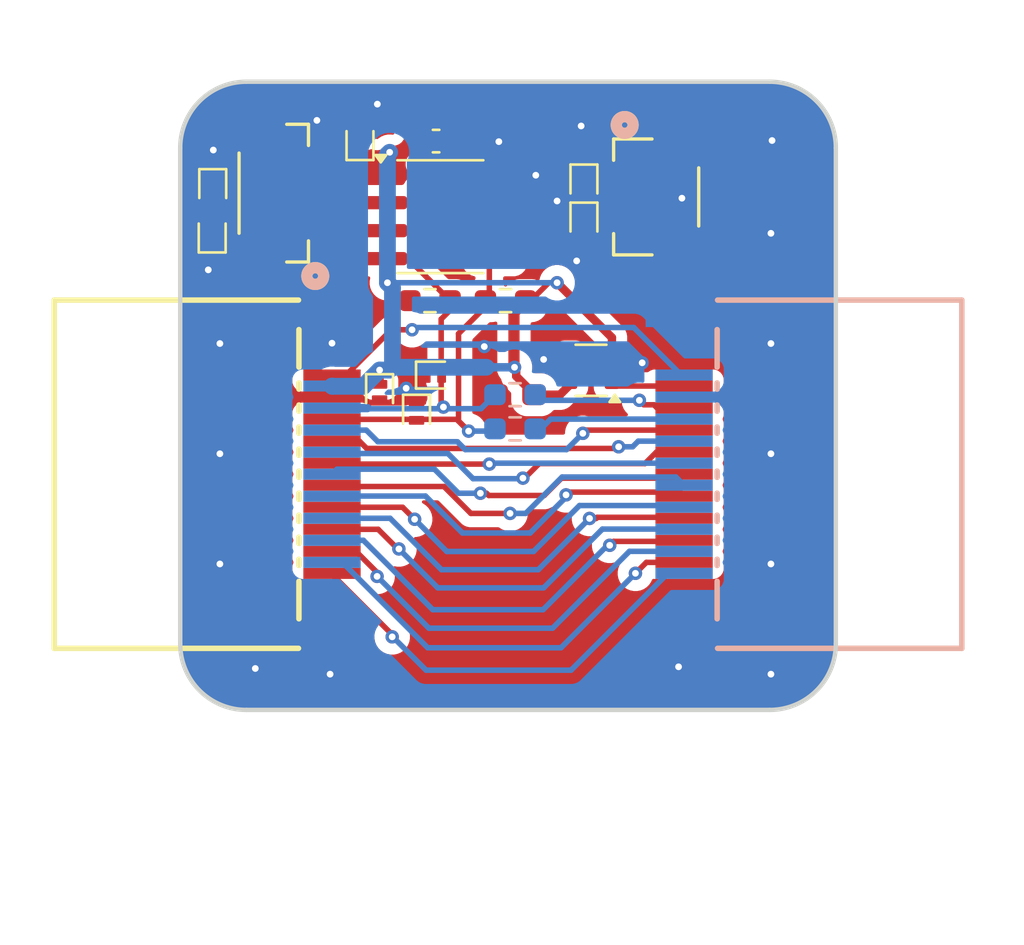
<source format=kicad_pcb>
(kicad_pcb (version 20241229) (generator "pcbnew") (generator_version "9.0")
  (layers (0 "F.Cu" signal) (4 "In1.Cu" power) (6 "In2.Cu" power) (2 "B.Cu" signal) (13 "F.Paste" user) (15 "B.Paste" user) (5 "F.SilkS" user "F.Silkscreen") (7 "B.SilkS" user "B.Silkscreen") (1 "F.Mask" user) (3 "B.Mask" user) (25 "Edge.Cuts" user))
  (net 0 "")
  (net 1 "GND")
  (net 2 "Net-(J1-SDA)")
  (net 3 "Net-(J1-SCL)")
  (net 4 "SCL")
  (net 5 "prog")
  (net 6 "TXD")
  (net 7 "RXD")
  (net 9 "SDA")
  (net 10 "ideal_vout")
  (net 12 "Net-(J1-D0S)")
  (net 13 "Net-(J1-D0+)")
  (net 14 "Net-(J1-CEC)")
  (net 15 "Net-(J1-HPD)")
  (net 16 "Net-(J1-D1S)")
  (net 17 "Net-(J1-CK+)")
  (net 18 "Net-(J1-CKS)")
  (net 19 "Net-(J1-D2-)")
  (net 20 "Net-(J1-D2+)")
  (net 21 "Net-(J1-D1-)")
  (net 22 "Net-(J1-UTILITY)")
  (net 23 "Net-(J1-D1+)")
  (net 24 "Net-(J1-D0-)")
  (net 25 "Net-(J1-CK-)")
  (net 26 "Net-(J1-D2S)")
  (net 27 "Net-(J1-+5V)")
  (footprint "Diode_SMD:D_SOD-882" (layer "F.Cu") (at 83.439 56.738 -90)
    (property "Reference" "D1" (hide yes))
    (property "Value" "PESD5V0L1UL" (hide yes))
    (pad "1" smd roundrect (at -0.35 0 270) (size 0.4 0.7) (layers "F.Cu" "F.Mask") (roundrect_rratio 0.125) (net 10 "ideal_vout"))
    (pad "2" smd roundrect (at 0.35 0 270) (size 0.4 0.7) (layers "F.Cu" "F.Mask") (roundrect_rratio 0.125) (net 1 "GND"))
  )
  (footprint "Diode_SMD:D_SOD-882" (layer "F.Cu") (at 66.5734 59.1058 90)
    (property "Reference" "D7" (hide yes))
    (property "Value" "SP3021-01ETG" (hide yes))
    (pad "1" smd roundrect (at -0.35 0 90) (size 0.4 0.7) (layers "F.Cu" "F.Mask") (roundrect_rratio 0.125) (net 1 "GND"))
    (pad "2" smd roundrect (at 0.35 0 90) (size 0.4 0.7) (layers "F.Cu" "F.Mask") (roundrect_rratio 0.125) (net 7 "RXD"))
  )
  (footprint "Capacitor_SMD:C_0603_1608Metric_Pad1.08x0.95mm_HandSolder" (layer "F.Cu") (at 76.7315 54.864)
    (property "Reference" "C1" (hide yes))
    (property "Value" "100nF" (hide yes))
    (pad "1" smd roundrect (at -0.8625 0) (size 1.075 0.95) (layers "F.Cu" "F.Mask" "F.Paste") (net 10 "ideal_vout"))
    (pad "2" smd roundrect (at 0.8625 0) (size 1.075 0.95) (layers "F.Cu" "F.Mask" "F.Paste") (net 1 "GND"))
  )
  (footprint "Package_SO:SOIC-8_3.9x4.9mm_P1.27mm" (layer "F.Cu") (at 76.9235 58.293)
    (property "Reference" "U1" (hide yes))
    (property "Value" "ATtiny402-SS" (hide yes))
    (pad "1" smd roundrect (at -2.475 -1.905) (size 1.95 0.6) (layers "F.Cu" "F.Mask" "F.Paste") (net 10 "ideal_vout"))
    (pad "2" smd roundrect (at -2.475 -0.635) (size 1.95 0.6) (layers "F.Cu" "F.Mask" "F.Paste") (net 6 "TXD"))
    (pad "3" smd roundrect (at -2.475 0.635) (size 1.95 0.6) (layers "F.Cu" "F.Mask" "F.Paste") (net 7 "RXD"))
    (pad "4" smd roundrect (at -2.475 1.905) (size 1.95 0.6) (layers "F.Cu" "F.Mask" "F.Paste") (net 9 "SDA"))
    (pad "5" smd roundrect (at 2.475 1.905) (size 1.95 0.6) (layers "F.Cu" "F.Mask" "F.Paste") (net 4 "SCL"))
    (pad "6" smd roundrect (at 2.475 0.635) (size 1.95 0.6) (layers "F.Cu" "F.Mask" "F.Paste") (net 5 "prog"))
    (pad "7" smd roundrect (at 2.475 -0.635) (size 1.95 0.6) (layers "F.Cu" "F.Mask" "F.Paste"))
    (pad "8" smd roundrect (at 2.475 -1.905) (size 1.95 0.6) (layers "F.Cu" "F.Mask" "F.Paste") (net 1 "GND"))
  )
  (footprint "Resistor_SMD:R_0603_1608Metric_Pad0.98x0.95mm_HandSolder" (layer "F.Cu") (at 79.883 62.103)
    (property "Reference" "R1" (hide yes))
    (property "Value" "10kΩ" (hide yes))
    (pad "1" smd roundrect (at -0.9125 0) (size 0.975 0.95) (layers "F.Cu" "F.Mask" "F.Paste") (net 4 "SCL"))
    (pad "2" smd roundrect (at 0.9125 0) (size 0.975 0.95) (layers "F.Cu" "F.Mask" "F.Paste") (net 10 "ideal_vout"))
  )
  (footprint "Diode_SMD:D_SOD-882" (layer "F.Cu") (at 83.439 58.4652 -90)
    (property "Reference" "D6" (hide yes))
    (property "Value" "SP3021-01ETG" (hide yes))
    (pad "1" smd roundrect (at -0.35 0 270) (size 0.4 0.7) (layers "F.Cu" "F.Mask") (roundrect_rratio 0.125) (net 1 "GND"))
    (pad "2" smd roundrect (at 0.35 0 270) (size 0.4 0.7) (layers "F.Cu" "F.Mask") (roundrect_rratio 0.125) (net 5 "prog"))
  )
  (footprint "Package_TO_SOT_SMD:SOT-363_SC-70-6" (layer "F.Cu") (at 83.759 65.263 180)
    (property "Reference" "U3" (hide yes))
    (property "Value" "LM66100DCK" (hide yes))
    (pad "1" smd roundrect (at -0.95 -0.65 180) (size 0.65 0.4) (layers "F.Cu" "F.Mask" "F.Paste") (net 27 "Net-(J1-+5V)"))
    (pad "2" smd roundrect (at -0.95 0 180) (size 0.65 0.4) (layers "F.Cu" "F.Mask" "F.Paste") (net 1 "GND"))
    (pad "3" smd roundrect (at -0.95 0.65 180) (size 0.65 0.4) (layers "F.Cu" "F.Mask" "F.Paste") (net 10 "ideal_vout"))
    (pad "4" smd roundrect (at 0.95 0.65 180) (size 0.65 0.4) (layers "F.Cu" "F.Mask" "F.Paste"))
    (pad "5" smd roundrect (at 0.95 0 180) (size 0.65 0.4) (layers "F.Cu" "F.Mask" "F.Paste") (net 1 "GND"))
    (pad "6" smd roundrect (at 0.95 -0.65 180) (size 0.65 0.4) (layers "F.Cu" "F.Mask" "F.Paste") (net 10 "ideal_vout"))
  )
  (footprint "Diode_SMD:D_SOD-882" (layer "F.Cu") (at 76.6318 65.4812)
    (property "Reference" "D2" (hide yes))
    (property "Value" "SP3021-01ETG" (hide yes))
    (pad "1" smd roundrect (at -0.35 0) (size 0.4 0.7) (layers "F.Cu" "F.Mask") (roundrect_rratio 0.125) (net 1 "GND"))
    (pad "2" smd roundrect (at 0.35 0) (size 0.4 0.7) (layers "F.Cu" "F.Mask") (roundrect_rratio 0.125) (net 9 "SDA"))
  )
  (footprint "Diode_SMD:D_SOD-882" (layer "F.Cu") (at 66.5988 56.9468 -90)
    (property "Reference" "D8" (hide yes))
    (property "Value" "SP3021-01ETG" (hide yes))
    (pad "1" smd roundrect (at -0.35 0 270) (size 0.4 0.7) (layers "F.Cu" "F.Mask") (roundrect_rratio 0.125) (net 1 "GND"))
    (pad "2" smd roundrect (at 0.35 0 270) (size 0.4 0.7) (layers "F.Cu" "F.Mask") (roundrect_rratio 0.125) (net 6 "TXD"))
  )
  (footprint "EasyEDA:HDMI-SMD_HDMI-GD-132PWB" (layer "F.Cu") (at 72.119 69.977 -90)
    (property "Reference" "J2" (hide yes))
    (property "Value" "HDMI_A_DISPLAY_SIDE")
    (pad "1" smd rect (at 4.5 0.11 270) (size 0.5 2.6) (layers "F.Cu" "F.Mask" "F.Paste") (net 20 "Net-(J1-D2+)"))
    (pad "2" smd rect (at 4 0.11 270) (size 0.5 2.6) (layers "B.Cu" "B.Mask" "B.Paste") (net 26 "Net-(J1-D2S)"))
    (pad "3" smd rect (at 3.5 0.11 270) (size 0.5 2.6) (layers "F.Cu" "F.Mask" "F.Paste") (net 19 "Net-(J1-D2-)"))
    (pad "4" smd rect (at 3 0.11 270) (size 0.5 2.6) (layers "B.Cu" "B.Mask" "B.Paste") (net 23 "Net-(J1-D1+)"))
    (pad "5" smd rect (at 2.5 0.11 270) (size 0.5 2.6) (layers "F.Cu" "F.Mask" "F.Paste") (net 16 "Net-(J1-D1S)"))
    (pad "6" smd rect (at 2 0.11 270) (size 0.5 2.6) (layers "B.Cu" "B.Mask" "B.Paste") (net 21 "Net-(J1-D1-)"))
    (pad "7" smd rect (at 1.5 0.11 270) (size 0.5 2.6) (layers "F.Cu" "F.Mask" "F.Paste") (net 13 "Net-(J1-D0+)"))
    (pad "8" smd rect (at 1 0.11 270) (size 0.5 2.6) (layers "B.Cu" "B.Mask" "B.Paste") (net 12 "Net-(J1-D0S)"))
    (pad "9" smd rect (at 0.5 0.11 270) (size 0.5 2.6) (layers "F.Cu" "F.Mask" "F.Paste") (net 24 "Net-(J1-D0-)"))
    (pad "10" smd rect (at 0 0.11 270) (size 0.5 2.6) (layers "B.Cu" "B.Mask" "B.Paste") (net 17 "Net-(J1-CK+)"))
    (pad "11" smd rect (at -0.5 0.11 270) (size 0.5 2.6) (layers "F.Cu" "F.Mask" "F.Paste") (net 18 "Net-(J1-CKS)"))
    (pad "12" smd rect (at -1 0.11 270) (size 0.5 2.6) (layers "B.Cu" "B.Mask" "B.Paste") (net 25 "Net-(J1-CK-)"))
    (pad "13" smd rect (at -1.5 0.11 270) (size 0.5 2.6) (layers "F.Cu" "F.Mask" "F.Paste") (net 14 "Net-(J1-CEC)"))
    (pad "14" smd rect (at -2 0.11 270) (size 0.5 2.6) (layers "B.Cu" "B.Mask" "B.Paste") (net 22 "Net-(J1-UTILITY)"))
    (pad "15" smd rect (at -2.5 0.11 270) (size 0.5 2.6) (layers "F.Cu" "F.Mask" "F.Paste") (net 4 "SCL"))
    (pad "16" smd rect (at -3 0.11 270) (size 0.5 2.6) (layers "B.Cu" "B.Mask" "B.Paste") (net 9 "SDA"))
    (pad "17" smd rect (at -3.5 0.11 270) (size 0.5 2.6) (layers "F.Cu" "F.Mask" "F.Paste") (net 1 "GND"))
    (pad "18" smd rect (at -4 0.11 270) (size 0.5 2.6) (layers "B.Cu" "B.Mask" "B.Paste") (net 10 "ideal_vout"))
    (pad "19" smd rect (at -4.5 0.11 270) (size 0.5 2.6) (layers "F.Cu" "F.Mask" "F.Paste") (net 15 "Net-(J1-HPD)"))
    (pad "SH" smd rect (at -7.25 -0.11 270) (size 1.15 3.05) (layers "F.Cu" "F.Mask" "F.Paste") (net 1 "GND"))
    (pad "SH" smd rect (at -7.25 -0.11 270) (size 1.15 3.05) (layers "B.Cu" "B.Mask" "B.Paste") (net 1 "GND"))
    (pad "SH" smd rect (at 7.25 -0.11 270) (size 1.15 3.05) (layers "F.Cu" "F.Mask" "F.Paste") (net 1 "GND"))
    (pad "SH" smd rect (at 7.25 -0.11 270) (size 1.15 3.05) (layers "B.Cu" "B.Mask" "B.Paste") (net 1 "GND"))
  )
  (footprint "Diode_SMD:D_SOD-882" (layer "F.Cu") (at 74.168 66.2488 -90)
    (property "Reference" "D9" (hide yes))
    (property "Value" "PESD5V0L1UL" (hide yes))
    (pad "1" smd roundrect (at -0.35 0 270) (size 0.4 0.7) (layers "F.Cu" "F.Mask") (roundrect_rratio 0.125) (net 10 "ideal_vout"))
    (pad "2" smd roundrect (at 0.35 0 270) (size 0.4 0.7) (layers "F.Cu" "F.Mask") (roundrect_rratio 0.125) (net 1 "GND"))
  )
  (footprint "Capacitor_SMD:C_0603_1608Metric_Pad1.08x0.95mm_HandSolder" (layer "F.Cu") (at 80.3148 66.3702 180)
    (property "Reference" "C2" (hide yes))
    (property "Value" "100nF" (hide yes))
    (pad "1" smd roundrect (at -0.8625 0 180) (size 1.075 0.95) (layers "F.Cu" "F.Mask" "F.Paste") (net 10 "ideal_vout"))
    (pad "2" smd roundrect (at 0.8625 0 180) (size 1.075 0.95) (layers "F.Cu" "F.Mask" "F.Paste") (net 1 "GND"))
  )
  (footprint "Diode_SMD:D_SOD-882" (layer "F.Cu") (at 75.8444 67.183 -90)
    (property "Reference" "D-SCL-1" (hide yes))
    (property "Value" "SP3021-01ETG" (hide yes))
    (pad "1" smd roundrect (at -0.35 0 270) (size 0.4 0.7) (layers "F.Cu" "F.Mask") (roundrect_rratio 0.125) (net 1 "GND"))
    (pad "2" smd roundrect (at 0.35 0 270) (size 0.4 0.7) (layers "F.Cu" "F.Mask") (roundrect_rratio 0.125) (net 4 "SCL"))
  )
  (footprint "Diode_SMD:D_SOD-882" (layer "F.Cu") (at 73.279 54.9148 90)
    (property "Reference" "D3" (hide yes))
    (property "Value" "PESD5V0L1UL" (hide yes))
    (pad "1" smd roundrect (at -0.35 0 90) (size 0.4 0.7) (layers "F.Cu" "F.Mask") (roundrect_rratio 0.125) (net 10 "ideal_vout"))
    (pad "2" smd roundrect (at 0.35 0 90) (size 0.4 0.7) (layers "F.Cu" "F.Mask") (roundrect_rratio 0.125) (net 1 "GND"))
  )
  (footprint "Snapeda:CONN4_BM04B-SRSS_JST" (layer "F.Cu") (at 69.3674 57.2262 90)
    (property "Reference" "J4" (hide yes))
    (property "Value" "BM04B-SRSS-TB" (hide yes))
    (pad "1" smd rect (at -1.5 1.882201 90) (size 0.6604 1.5494) (layers "F.Cu" "F.Mask" "F.Paste") (net 7 "RXD"))
    (pad "2" smd rect (at -0.499999 1.882201 90) (size 0.6604 1.5494) (layers "F.Cu" "F.Mask" "F.Paste") (net 6 "TXD"))
    (pad "3" smd rect (at 0.499999 1.882201 90) (size 0.6604 1.5494) (layers "F.Cu" "F.Mask" "F.Paste") (net 10 "ideal_vout"))
    (pad "4" smd rect (at 1.5 1.882201 90) (size 0.6604 1.5494) (layers "F.Cu" "F.Mask" "F.Paste") (net 1 "GND"))
    (pad "5" smd rect (at -2.799999 -0.697799 90) (size 1.2954 1.905) (layers "F.Cu" "F.Mask" "F.Paste"))
    (pad "6" smd rect (at 2.799999 -0.697799 90) (size 1.2954 1.905) (layers "F.Cu" "F.Mask" "F.Paste"))
  )
  (footprint "Snapeda:CONN_BM03B-SRSS-TBLFSN_JST" (layer "F.Cu") (at 86.7156 57.398 90)
    (property "Reference" "J3" (hide yes))
    (property "Value" "BM03B-SRSS-TBLFSN" (hide yes))
    (pad "1" smd rect (at 1.000001 -1.4284 90) (size 0.6604 1.5494) (layers "F.Cu" "F.Mask" "F.Paste") (net 10 "ideal_vout"))
    (pad "2" smd rect (at 0 -1.4284 90) (size 0.6604 1.5494) (layers "F.Cu" "F.Mask" "F.Paste") (net 1 "GND"))
    (pad "3" smd rect (at -1.000001 -1.4284 90) (size 0.6604 1.5494) (layers "F.Cu" "F.Mask" "F.Paste") (net 5 "prog"))
    (pad "4" smd rect (at -2.3 1.096599 180) (size 1.905 1.2954) (layers "F.Cu" "F.Mask" "F.Paste"))
    (pad "5" smd rect (at 2.3 1.096599 180) (size 1.905 1.2954) (layers "F.Cu" "F.Mask" "F.Paste"))
  )
  (footprint "Resistor_SMD:R_0603_1608Metric_Pad0.98x0.95mm_HandSolder" (layer "F.Cu") (at 76.454 62.103 180)
    (property "Reference" "R2" (hide yes))
    (property "Value" "10kΩ" (hide yes))
    (pad "1" smd roundrect (at -0.9125 0 180) (size 0.975 0.95) (layers "F.Cu" "F.Mask" "F.Paste") (net 9 "SDA"))
    (pad "2" smd roundrect (at 0.9125 0 180) (size 0.975 0.95) (layers "F.Cu" "F.Mask" "F.Paste") (net 10 "ideal_vout"))
  )
  (footprint "Resistor_SMD:R_0603_1608Metric_Pad0.98x0.95mm_HandSolder" (layer "B.Cu") (at 80.3148 67.9196)
    (property "Reference" "R3" (hide yes))
    (property "Value" "0Ω" (hide yes))
    (pad "1" smd roundrect (at -0.9125 0) (size 0.975 0.95) (layers "B.Cu" "B.Mask" "B.Paste") (net 4 "SCL"))
    (pad "2" smd roundrect (at 0.9125 0) (size 0.975 0.95) (layers "B.Cu" "B.Mask" "B.Paste") (net 3 "Net-(J1-SCL)"))
  )
  (footprint "Resistor_SMD:R_0603_1608Metric_Pad0.98x0.95mm_HandSolder" (layer "B.Cu") (at 80.3148 66.3702)
    (property "Reference" "R4" (hide yes))
    (property "Value" "0Ω" (hide yes))
    (pad "1" smd roundrect (at -0.9125 0) (size 0.975 0.95) (layers "B.Cu" "B.Mask" "B.Paste") (net 9 "SDA"))
    (pad "2" smd roundrect (at 0.9125 0) (size 0.975 0.95) (layers "B.Cu" "B.Mask" "B.Paste") (net 2 "Net-(J1-SDA)"))
  )
  (footprint "EasyEDA:HDMI-SMD_HDMI-GD-132PWB" (layer "B.Cu") (at 87.872 69.977 -90)
    (property "Reference" "J1" (hide yes))
    (property "Value" "HDMI_A_MAC")
    (pad "1" smd rect (at 4.5 -0.11 270) (size 0.5 2.6) (layers "B.Cu" "B.Mask" "B.Paste") (net 20 "Net-(J1-D2+)"))
    (pad "2" smd rect (at 4 -0.11 270) (size 0.5 2.6) (layers "F.Cu" "F.Mask" "F.Paste") (net 26 "Net-(J1-D2S)"))
    (pad "3" smd rect (at 3.5 -0.11 270) (size 0.5 2.6) (layers "B.Cu" "B.Mask" "B.Paste") (net 19 "Net-(J1-D2-)"))
    (pad "4" smd rect (at 3 -0.11 270) (size 0.5 2.6) (layers "F.Cu" "F.Mask" "F.Paste") (net 23 "Net-(J1-D1+)"))
    (pad "5" smd rect (at 2.5 -0.11 270) (size 0.5 2.6) (layers "B.Cu" "B.Mask" "B.Paste") (net 16 "Net-(J1-D1S)"))
    (pad "6" smd rect (at 2 -0.11 270) (size 0.5 2.6) (layers "F.Cu" "F.Mask" "F.Paste") (net 21 "Net-(J1-D1-)"))
    (pad "7" smd rect (at 1.5 -0.11 270) (size 0.5 2.6) (layers "B.Cu" "B.Mask" "B.Paste") (net 13 "Net-(J1-D0+)"))
    (pad "8" smd rect (at 1 -0.11 270) (size 0.5 2.6) (layers "F.Cu" "F.Mask" "F.Paste") (net 12 "Net-(J1-D0S)"))
    (pad "9" smd rect (at 0.5 -0.11 270) (size 0.5 2.6) (layers "B.Cu" "B.Mask" "B.Paste") (net 24 "Net-(J1-D0-)"))
    (pad "10" smd rect (at 0 -0.11 270) (size 0.5 2.6) (layers "F.Cu" "F.Mask" "F.Paste") (net 17 "Net-(J1-CK+)"))
    (pad "11" smd rect (at -0.5 -0.11 270) (size 0.5 2.6) (layers "B.Cu" "B.Mask" "B.Paste") (net 18 "Net-(J1-CKS)"))
    (pad "12" smd rect (at -1 -0.11 270) (size 0.5 2.6) (layers "F.Cu" "F.Mask" "F.Paste") (net 25 "Net-(J1-CK-)"))
    (pad "13" smd rect (at -1.5 -0.11 270) (size 0.5 2.6) (layers "B.Cu" "B.Mask" "B.Paste") (net 14 "Net-(J1-CEC)"))
    (pad "14" smd rect (at -2 -0.11 270) (size 0.5 2.6) (layers "F.Cu" "F.Mask" "F.Paste") (net 22 "Net-(J1-UTILITY)"))
    (pad "15" smd rect (at -2.5 -0.11 270) (size 0.5 2.6) (layers "B.Cu" "B.Mask" "B.Paste") (net 3 "Net-(J1-SCL)"))
    (pad "16" smd rect (at -3 -0.11 270) (size 0.5 2.6) (layers "F.Cu" "F.Mask" "F.Paste") (net 2 "Net-(J1-SDA)"))
    (pad "17" smd rect (at -3.5 -0.11 270) (size 0.5 2.6) (layers "B.Cu" "B.Mask" "B.Paste") (net 1 "GND"))
    (pad "18" smd rect (at -4 -0.11 270) (size 0.5 2.6) (layers "F.Cu" "F.Mask" "F.Paste") (net 27 "Net-(J1-+5V)"))
    (pad "19" smd rect (at -4.5 -0.11 270) (size 0.5 2.6) (layers "B.Cu" "B.Mask" "B.Paste") (net 15 "Net-(J1-HPD)"))
    (pad "SH" smd rect (at -7.25 0.11 270) (size 1.15 3.05) (layers "F.Cu" "F.Mask" "F.Paste") (net 1 "GND"))
    (pad "SH" smd rect (at -7.25 0.11 270) (size 1.15 3.05) (layers "B.Cu" "B.Mask" "B.Paste") (net 1 "GND"))
    (pad "SH" smd rect (at 7.25 0.11 270) (size 1.15 3.05) (layers "F.Cu" "F.Mask" "F.Paste") (net 1 "GND"))
    (pad "SH" smd rect (at 7.25 0.11 270) (size 1.15 3.05) (layers "B.Cu" "B.Mask" "B.Paste") (net 1 "GND"))
  )
  (gr_arc (start 65.1238 55.1716) (mid 66.00248 53.05028) (end 68.1238 52.1716) (stroke (width 0.2)) (layer "Edge.Cuts"))
  (gr_line (start 65.1238 77.6704) (end 65.1238 55.1716) (stroke (width 0.2)) (layer "Edge.Cuts"))
  (gr_line (start 91.8672 80.6704) (end 68.1238 80.6704) (stroke (width 0.2)) (layer "Edge.Cuts"))
  (gr_line (start 94.8672 55.1716) (end 94.8672 77.6704) (stroke (width 0.2)) (layer "Edge.Cuts"))
  (gr_arc (start 91.8672 52.1716) (mid 93.98852 53.05028) (end 94.8672 55.1716) (stroke (width 0.2)) (layer "Edge.Cuts"))
  (gr_line (start 68.1238 52.1716) (end 91.8672 52.1716) (stroke (width 0.2)) (layer "Edge.Cuts"))
  (gr_arc (start 94.8672 77.6704) (mid 93.98852 79.79172) (end 91.8672 80.6704) (stroke (width 0.2)) (layer "Edge.Cuts"))
  (gr_arc (start 68.1238 80.6704) (mid 66.00248 79.79172) (end 65.1238 77.6704) (stroke (width 0.2)) (layer "Edge.Cuts"))
  (segment (start 77.874492 54.864017) (end 77.594 54.864) (width 0.25) (layer "F.Cu") (net 1))
  (segment (start 82.1032 65.263) (end 81.6102 64.77) (width 0.381) (layer "F.Cu") (net 1))
  (segment (start 82.809 65.263) (end 82.1032 65.263) (width 0.381) (layer "F.Cu") (net 1))
  (segment (start 85.74 65.263) (end 86.0806 64.9224) (width 0.381) (layer "F.Cu") (net 1))
  (segment (start 77.874492 54.864017) (end 79.3985 56.388) (width 0.25) (layer "F.Cu") (net 1))
  (segment (start 84.709 65.263) (end 85.74 65.263) (width 0.381) (layer "F.Cu") (net 1))
  (via (at 71.3232 53.9242) (size 0.6096) (drill 0.3048) (layers "F.Cu" "B.Cu") (net 1))
  (via (at 83.312 54.1782) (size 0.6096) (drill 0.3048) (layers "F.Cu" "B.Cu") (net 1))
  (via (at 66.9226 64.0486) (size 0.6096) (drill 0.3048) (layers "F.Cu" "B.Cu") (net 1))
  (via (at 81.2546 56.4134) (size 0.6096) (drill 0.3048) (layers "F.Cu" "B.Cu") (net 1))
  (via (at 71.9226 79.0486) (size 0.6096) (drill 0.3048) (layers "F.Cu" "B.Cu") (net 1))
  (via (at 79.5782 54.8894) (size 0.6096) (drill 0.3048) (layers "F.Cu" "B.Cu") (net 1))
  (via (at 91.9226 69.0486) (size 0.6096) (drill 0.3048) (layers "F.Cu" "B.Cu") (net 1))
  (via (at 66.9226 69.0486) (size 0.6096) (drill 0.3048) (layers "F.Cu" "B.Cu") (net 1))
  (via (at 66.3956 60.706) (size 0.6096) (drill 0.3048) (layers "F.Cu" "B.Cu") (net 1))
  (via (at 66.6242 55.2704) (size 0.6096) (drill 0.3048) (layers "F.Cu" "B.Cu") (net 1))
  (via (at 81.6102 64.77) (size 0.6096) (drill 0.3048) (layers "F.Cu" "B.Cu") (net 1))
  (via (at 91.9226 79.0486) (size 0.6096) (drill 0.3048) (layers "F.Cu" "B.Cu") (net 1))
  (via (at 83.1088 60.2996) (size 0.6096) (drill 0.3048) (layers "F.Cu" "B.Cu") (net 1))
  (via (at 78.9178 64.1858) (size 0.6096) (drill 0.3048) (layers "F.Cu" "B.Cu") (net 1))
  (via (at 66.9226 74.0486) (size 0.6096) (drill 0.3048) (layers "F.Cu" "B.Cu") (net 1))
  (via (at 87.7316 78.7146) (size 0.6096) (drill 0.3048) (layers "F.Cu" "B.Cu") (net 1))
  (via (at 68.5292 78.7908) (size 0.6096) (drill 0.3048) (layers "F.Cu" "B.Cu") (net 1))
  (via (at 74.0664 53.1876) (size 0.6096) (drill 0.3048) (layers "F.Cu" "B.Cu") (net 1))
  (via (at 87.884 57.4548) (size 0.6096) (drill 0.3048) (layers "F.Cu" "B.Cu") (net 1))
  (via (at 91.9734 54.8386) (size 0.6096) (drill 0.3048) (layers "F.Cu" "B.Cu") (net 1))
  (via (at 82.2198 57.5818) (size 0.6096) (drill 0.3048) (layers "F.Cu" "B.Cu") (net 1))
  (via (at 75.372971 66.077183) (size 0.6096) (drill 0.3048) (layers "F.Cu" "B.Cu") (net 1))
  (via (at 91.9226 74.0486) (size 0.6096) (drill 0.3048) (layers "F.Cu" "B.Cu") (net 1))
  (via (at 86.0806 64.9224) (size 0.6096) (drill 0.3048) (layers "F.Cu" "B.Cu") (net 1))
  (via (at 72.009 64.0334) (size 0.6096) (drill 0.3048) (layers "F.Cu" "B.Cu") (net 1))
  (via (at 91.9226 59.0486) (size 0.6096) (drill 0.3048) (layers "F.Cu" "B.Cu") (net 1))
  (via (at 91.9226 64.0486) (size 0.6096) (drill 0.3048) (layers "F.Cu" "B.Cu") (net 1))
  (segment (start 85.9536 66.6242) (end 86.1568 66.8274) (width 0.25) (layer "F.Cu") (net 2))
  (segment (start 86.7636 66.977) (end 87.982 66.977) (width 0.25) (layer "F.Cu") (net 2))
  (segment (start 86.614 66.8274) (end 86.7636 66.977) (width 0.25) (layer "F.Cu") (net 2))
  (segment (start 86.1568 66.8274) (end 86.614 66.8274) (width 0.25) (layer "F.Cu") (net 2))
  (via (at 85.9536 66.6242) (size 0.6096) (drill 0.3048) (layers "F.Cu" "B.Cu") (net 2))
  (segment (start 81.4813 66.6242) (end 81.2273 66.3702) (width 0.25) (layer "B.Cu") (net 2))
  (segment (start 85.9536 66.6242) (end 81.4813 66.6242) (width 0.25) (layer "B.Cu") (net 2))
  (segment (start 81.925886 67.477) (end 87.982 67.477) (width 0.25) (layer "B.Cu") (net 3))
  (segment (start 81.227238 68.175648) (end 81.925886 67.477) (width 0.25) (layer "B.Cu") (net 3))
  (segment (start 81.2273 67.9196) (end 81.2273 68.120274) (width 0.25) (layer "B.Cu") (net 3))
  (segment (start 81.2273 68.120274) (end 81.227238 68.175648) (width 0.25) (layer "B.Cu") (net 3))
  (segment (start 77.7494 63.6016) (end 78.970441 62.380559) (width 0.25) (layer "F.Cu") (net 4))
  (segment (start 79.1464 60.4501) (end 79.3985 60.198) (width 0.25) (layer "F.Cu") (net 4))
  (segment (start 77.7494 67.564) (end 77.7494 63.6016) (width 0.25) (layer "F.Cu") (net 4))
  (segment (start 78.2066 68.0212) (end 77.7494 67.564) (width 0.25) (layer "F.Cu") (net 4))
  (segment (start 78.2066 68.0212) (end 77.6732 67.4878) (width 0.25) (layer "F.Cu") (net 4))
  (segment (start 77.6732 67.4878) (end 72.0198 67.4878) (width 0.25) (layer "F.Cu") (net 4))
  (segment (start 79.1464 61.927016) (end 79.1464 60.4501) (width 0.25) (layer "F.Cu") (net 4))
  (segment (start 72.0198 67.4878) (end 72.009 67.477) (width 0.25) (layer "F.Cu") (net 4))
  (segment (start 78.970441 62.380559) (end 78.970441 62.102975) (width 0.25) (layer "F.Cu") (net 4))
  (segment (start 78.970441 62.102975) (end 79.1464 61.927016) (width 0.25) (layer "F.Cu") (net 4))
  (via (at 78.2066 68.0212) (size 0.6096) (drill 0.3048) (layers "F.Cu" "B.Cu") (net 4))
  (segment (start 79.302588 68.0212) (end 79.402279 68.120891) (width 0.25) (layer "B.Cu") (net 4))
  (segment (start 78.2066 68.0212) (end 79.302588 68.0212) (width 0.25) (layer "B.Cu") (net 4))
  (segment (start 79.402279 68.120891) (end 79.4023 67.9196) (width 0.25) (layer "B.Cu") (net 4))
  (segment (start 84.918798 58.398001) (end 85.2872 58.398001) (width 0.25) (layer "F.Cu") (net 5))
  (segment (start 79.3985 58.928) (end 79.4747 58.8518) (width 0.25) (layer "F.Cu") (net 5))
  (segment (start 79.4747 58.8518) (end 84.464999 58.8518) (width 0.25) (layer "F.Cu") (net 5))
  (segment (start 84.464999 58.8518) (end 84.918798 58.398001) (width 0.25) (layer "F.Cu") (net 5))
  (segment (start 69.206999 57.726199) (end 68.8086 57.3278) (width 0.508) (layer "F.Cu") (net 6))
  (segment (start 74.329488 57.776969) (end 71.300371 57.776969) (width 0.25) (layer "F.Cu") (net 6))
  (segment (start 67.2084 57.3024) (end 66.9178 57.3024) (width 0.381) (layer "F.Cu") (net 6))
  (segment (start 71.249601 57.726199) (end 69.206999 57.726199) (width 0.508) (layer "F.Cu") (net 6))
  (segment (start 68.8086 57.3278) (end 67.2338 57.3278) (width 0.508) (layer "F.Cu") (net 6))
  (segment (start 74.4485 57.658) (end 74.329488 57.776969) (width 0.25) (layer "F.Cu") (net 6))
  (segment (start 71.300371 57.776969) (end 71.249601 57.726199) (width 0.25) (layer "F.Cu") (net 6))
  (segment (start 71.248201 58.7248) (end 67.31 58.7248) (width 0.508) (layer "F.Cu") (net 7))
  (segment (start 74.2975 58.777) (end 71.300401 58.777) (width 0.25) (layer "F.Cu") (net 7))
  (segment (start 71.249601 58.7262) (end 71.248201 58.7248) (width 0.508) (layer "F.Cu") (net 7))
  (segment (start 67.31 58.7248) (end 67.2846 58.7502) (width 0.381) (layer "F.Cu") (net 7))
  (segment (start 66.579 58.7502) (end 66.5734 58.7558) (width 0.381) (layer "F.Cu") (net 7))
  (segment (start 67.2846 58.7502) (end 66.579 58.7502) (width 0.381) (layer "F.Cu") (net 7))
  (segment (start 71.300401 58.777) (end 71.249601 58.7262) (width 0.25) (layer "F.Cu") (net 7))
  (segment (start 74.4485 58.928) (end 74.2975 58.777) (width 0.25) (layer "F.Cu") (net 7))
  (segment (start 77.3665 62.103) (end 75.4615 60.198) (width 0.25) (layer "F.Cu") (net 9))
  (segment (start 76.9818 65.3938) (end 76.962 65.374) (width 0.25) (layer "F.Cu") (net 9))
  (segment (start 76.9564 65.5066) (end 76.9818 65.4812) (width 0.25) (layer "F.Cu") (net 9))
  (segment (start 74.448505 60.198001) (end 74.636 60.198) (width 0.25) (layer "F.Cu") (net 9))
  (segment (start 74.636 60.198) (end 74.636 60.198) (width 0.25) (layer "F.Cu") (net 9))
  (segment (start 76.9564 65.7296) (end 76.9564 65.5066) (width 0.25) (layer "F.Cu") (net 9))
  (segment (start 74.636 60.198) (end 74.5725 60.198) (width 0.25) (layer "F.Cu") (net 9))
  (segment (start 76.962 65.374) (end 76.962 62.9412) (width 0.25) (layer "F.Cu") (net 9))
  (segment (start 77.0636 66.931) (end 76.962 66.8294) (width 0.25) (layer "F.Cu") (net 9))
  (segment (start 76.962 66.8294) (end 76.962 65.7352) (width 0.25) (layer "F.Cu") (net 9))
  (segment (start 75.4615 60.198) (end 74.4485 60.198) (width 0.25) (layer "F.Cu") (net 9))
  (segment (start 76.9818 65.4812) (end 76.9818 65.3938) (width 0.25) (layer "F.Cu") (net 9))
  (segment (start 76.962 62.9412) (end 77.3665 62.5367) (width 0.25) (layer "F.Cu") (net 9))
  (segment (start 77.3665 62.5367) (end 77.3665 62.103) (width 0.25) (layer "F.Cu") (net 9))
  (segment (start 76.962 65.7352) (end 76.9564 65.7296) (width 0.25) (layer "F.Cu") (net 9))
  (via (at 77.0636 66.931) (size 0.6096) (drill 0.3048) (layers "F.Cu" "B.Cu") (net 9))
  (segment (start 73.708 66.977) (end 72.009 66.977) (width 0.25) (layer "B.Cu") (net 9))
  (segment (start 73.7362 67.0052) (end 73.708 66.977) (width 0.25) (layer "B.Cu") (net 9))
  (segment (start 73.611999 66.977) (end 72.009 66.977) (width 0.381) (layer "B.Cu") (net 9))
  (segment (start 78.7673 67.0052) (end 73.7362 67.0052) (width 0.25) (layer "B.Cu") (net 9))
  (segment (start 79.4023 66.3702) (end 78.7673 67.0052) (width 0.25) (layer "B.Cu") (net 9))
  (segment (start 75.7266 54.5754) (end 76.581 53.721) (width 0.25) (layer "F.Cu") (net 10))
  (segment (start 73.2536 55.8292) (end 73.279 55.8038) (width 0.381) (layer "F.Cu") (net 10))
  (segment (start 80.264 62.6345) (end 80.7955 62.103) (width 0.508) (layer "F.Cu") (net 10))
  (segment (start 81.1773 66.3437) (end 81.1773 66.3702) (width 0.381) (layer "F.Cu") (net 10))
  (segment (start 84.709 64.613) (end 84.709 63.7794) (width 0.381) (layer "F.Cu") (net 10))
  (segment (start 74.168 65.2526) (end 74.168 65.8988) (width 0.381) (layer "F.Cu") (net 10))
  (segment (start 80.8482 62.0503) (end 80.7955 62.103) (width 0.25) (layer "F.Cu") (net 10))
  (segment (start 81.0787 62.0503) (end 80.8482 62.0503) (width 0.25) (layer "F.Cu") (net 10))
  (segment (start 82.809 65.913) (end 82.3518 66.3702) (width 0.381) (layer "F.Cu") (net 10))
  (segment (start 80.2894 65.1256) (end 80.3656 65.2018) (width 0.381) (layer "F.Cu") (net 10))
  (segment (start 75.565 62.103) (end 75.5415 62.103) (width 0.25) (layer "F.Cu") (net 10))
  (segment (start 76.581 53.721) (end 80.6196 53.721) (width 0.25) (layer "F.Cu") (net 10))
  (segment (start 72.356599 56.726201) (end 73.2536 55.8292) (width 0.508) (layer "F.Cu") (net 10))
  (segment (start 81.8388 61.2902) (end 81.0787 62.0503) (width 0.25) (layer "F.Cu") (net 10))
  (segment (start 75.7266 54.864) (end 75.584201 54.864) (width 0.5) (layer "F.Cu") (net 10))
  (segment (start 84.709 63.7794) (end 82.2198 61.2902) (width 0.381) (layer "F.Cu") (net 10))
  (segment (start 72.6948 56.388) (end 74.4485 56.388) (width 0.508) (layer "F.Cu") (net 10))
  (segment (start 75.5415 62.103) (end 75.3364 62.103) (width 0.25) (layer "F.Cu") (net 10))
  (segment (start 71.249601 56.726201) (end 72.356599 56.726201) (width 0.508) (layer "F.Cu") (net 10))
  (segment (start 80.3656 65.2018) (end 80.3656 65.532) (width 0.381) (layer "F.Cu") (net 10))
  (segment (start 75.3364 62.103) (end 74.5236 61.2902) (width 0.25) (layer "F.Cu") (net 10))
  (segment (start 80.3656 65.532) (end 81.1773 66.3437) (width 0.381) (layer "F.Cu") (net 10))
  (segment (start 82.2198 61.2902) (end 81.8388 61.2902) (width 0.25) (layer "F.Cu") (net 10))
  (segment (start 83.296599 56.397999) (end 84.7732 56.397999) (width 0.25) (layer "F.Cu") (net 10))
  (segment (start 75.7266 54.864) (end 75.7266 54.5754) (width 0.25) (layer "F.Cu") (net 10))
  (segment (start 73.279 55.8038) (end 73.279 55.2648) (width 0.381) (layer "F.Cu") (net 10))
  (segment (start 80.2894 65.1256) (end 80.264 65.1002) (width 0.508) (layer "F.Cu") (net 10))
  (segment (start 80.264 65.1002) (end 80.264 62.6345) (width 0.508) (layer "F.Cu") (net 10))
  (segment (start 82.3518 66.3702) (end 81.1773 66.3702) (width 0.381) (layer "F.Cu") (net 10))
  (segment (start 72.5678 56.515) (end 72.6948 56.388) (width 0.508) (layer "F.Cu") (net 10))
  (segment (start 71.458902 56.8198) (end 71.365303 56.726201) (width 0.508) (layer "F.Cu") (net 10))
  (segment (start 80.6196 53.721) (end 83.296599 56.397999) (width 0.25) (layer "F.Cu") (net 10))
  (segment (start 71.365303 56.726201) (end 71.249601 56.726201) (width 0.508) (layer "F.Cu") (net 10))
  (via (at 80.2894 65.1256) (size 0.6096) (drill 0.3048) (layers "F.Cu" "B.Cu") (net 10))
  (via (at 74.6252 55.372) (size 0.6096) (drill 0.3048) (layers "F.Cu" "B.Cu") (net 10))
  (via (at 74.168 65.2526) (size 0.6096) (drill 0.3048) (layers "F.Cu" "B.Cu") (net 10))
  (via (at 74.5236 61.2902) (size 0.6096) (drill 0.3048) (layers "F.Cu" "B.Cu") (net 10))
  (via (at 82.2198 61.2902) (size 0.6096) (drill 0.3048) (layers "F.Cu" "B.Cu") (net 10))
  (segment (start 73.4314 65.9892) (end 72.0212 65.9892) (width 0.762) (layer "B.Cu") (net 10))
  (segment (start 72.833995 65.976988) (end 72.250788 65.976988) (width 0.508) (layer "B.Cu") (net 10))
  (segment (start 74.5236 61.2902) (end 74.5236 55.4736) (width 0.762) (layer "B.Cu") (net 10))
  (segment (start 72.0212 65.9892) (end 72.009 65.977) (width 0.762) (layer "B.Cu") (net 10))
  (segment (start 74.5236 55.4736) (end 74.6252 55.372) (width 0.762) (layer "B.Cu") (net 10))
  (segment (start 82.2198 61.2902) (end 74.5236 61.2902) (width 0.25) (layer "B.Cu") (net 10))
  (segment (start 74.168 65.2526) (end 74.599836 65.2526) (width 0.762) (layer "B.Cu") (net 10))
  (segment (start 74.599836 65.2526) (end 74.7522 65.100236) (width 0.762) (layer "B.Cu") (net 10))
  (segment (start 74.726836 65.1256) (end 79.011 65.1256) (width 0.762) (layer "B.Cu") (net 10))
  (segment (start 74.7522 61.5188) (end 74.5236 61.2902) (width 0.762) (layer "B.Cu") (net 10))
  (segment (start 74.7522 65.100236) (end 74.7522 61.5188) (width 0.762) (layer "B.Cu") (net 10))
  (segment (start 74.599836 65.2526) (end 74.726836 65.1256) (width 0.762) (layer "B.Cu") (net 10))
  (segment (start 74.168 65.2526) (end 73.4314 65.9892) (width 0.762) (layer "B.Cu") (net 10))
  (segment (start 80.2894 65.1256) (end 79.011 65.1256) (width 0.381) (layer "B.Cu") (net 10))
  (segment (start 82.773002 70.7898) (end 87.7948 70.7898) (width 0.25) (layer "F.Cu") (net 12))
  (segment (start 82.6262 70.914797) (end 82.6262 70.936602) (width 0.25) (layer "F.Cu") (net 12))
  (segment (start 87.7948 70.7898) (end 87.982 70.977) (width 0.25) (layer "F.Cu") (net 12))
  (segment (start 82.6262 70.936602) (end 82.773002 70.7898) (width 0.25) (layer "F.Cu") (net 12))
  (via (at 82.6262 70.914797) (size 0.6096) (drill 0.3048) (layers "F.Cu" "B.Cu") (net 12))
  (segment (start 82.587602 71.056998) (end 81.0006 72.644) (width 0.25) (layer "B.Cu") (net 12))
  (segment (start 81.0006 72.644) (end 77.9272 72.644) (width 0.25) (layer "B.Cu") (net 12))
  (segment (start 72.025046 70.9676) (end 72.018392 70.967581) (width 0.25) (layer "B.Cu") (net 12))
  (segment (start 82.587602 70.953395) (end 82.587602 71.056998) (width 0.25) (layer "B.Cu") (net 12))
  (segment (start 72.018392 70.967581) (end 72.009 70.977) (width 0.25) (layer "B.Cu") (net 12))
  (segment (start 77.9272 72.644) (end 76.2508 70.9676) (width 0.25) (layer "B.Cu") (net 12))
  (segment (start 76.2508 70.9676) (end 72.025046 70.9676) (width 0.25) (layer "B.Cu") (net 12))
  (segment (start 82.6262 70.914797) (end 82.587602 70.953395) (width 0.25) (layer "B.Cu") (net 12))
  (segment (start 75.7565 72.0207) (end 75.212799 71.477) (width 0.25) (layer "F.Cu") (net 13))
  (segment (start 75.212799 71.477) (end 72.009 71.477) (width 0.25) (layer "F.Cu") (net 13))
  (via (at 75.7565 72.0207) (size 0.6096) (drill 0.3048) (layers "F.Cu" "B.Cu") (net 13))
  (segment (start 75.7565 72.0207) (end 76.477992 72.742192) (width 0.25) (layer "B.Cu") (net 13))
  (segment (start 76.477992 72.742192) (end 76.478704 72.742898) (width 0.25) (layer "B.Cu") (net 13))
  (segment (start 77.216 73.4822) (end 81.152984 73.4822) (width 0.25) (layer "B.Cu") (net 13))
  (segment (start 87.9044 71.3994) (end 87.982 71.477) (width 0.25) (layer "B.Cu") (net 13))
  (segment (start 81.152984 73.4822) (end 83.235784 71.3994) (width 0.25) (layer "B.Cu") (net 13))
  (segment (start 76.4787 72.7439) (end 76.4787 72.7449) (width 0.25) (layer "B.Cu") (net 13))
  (segment (start 76.4787 72.7449) (end 77.216 73.4822) (width 0.25) (layer "B.Cu") (net 13))
  (segment (start 76.478704 72.742898) (end 76.4787 72.7439) (width 0.25) (layer "B.Cu") (net 13))
  (segment (start 83.235784 71.3994) (end 87.9044 71.3994) (width 0.25) (layer "B.Cu") (net 13))
  (segment (start 73.2522 68.477) (end 72.009 68.477) (width 0.25) (layer "F.Cu") (net 14))
  (segment (start 73.5838 68.8086) (end 73.2522 68.477) (width 0.25) (layer "F.Cu") (net 14))
  (segment (start 84.9376 68.8086) (end 73.5838 68.8086) (width 0.25) (layer "F.Cu") (net 14))
  (segment (start 85.0138 68.7324) (end 84.9376 68.8086) (width 0.25) (layer "F.Cu") (net 14))
  (via (at 85.0138 68.7324) (size 0.6096) (drill 0.3048) (layers "F.Cu" "B.Cu") (net 14))
  (segment (start 85.0138 68.7324) (end 85.6488 68.7324) (width 0.25) (layer "B.Cu") (net 14))
  (segment (start 85.6488 68.7324) (end 85.9042 68.477) (width 0.25) (layer "B.Cu") (net 14))
  (segment (start 85.9042 68.477) (end 87.982 68.477) (width 0.25) (layer "B.Cu") (net 14))
  (segment (start 72.8218 65.3712) (end 72.716 65.477) (width 0.25) (layer "F.Cu") (net 15))
  (segment (start 74.7014 63.4238) (end 75.6412 63.4238) (width 0.25) (layer "F.Cu") (net 15))
  (segment (start 72.009 65.477) (end 72.6482 65.477) (width 0.25) (layer "F.Cu") (net 15))
  (segment (start 72.716 65.477) (end 72.009 65.477) (width 0.25) (layer "F.Cu") (net 15))
  (segment (start 72.6482 65.477) (end 74.7014 63.4238) (width 0.25) (layer "F.Cu") (net 15))
  (segment (start 72.97 65.477) (end 73.025 65.532) (width 0.25) (layer "F.Cu") (net 15))
  (via (at 75.6412 63.4238) (size 0.6096) (drill 0.3048) (layers "F.Cu" "B.Cu") (net 15))
  (segment (start 87.8544 65.477) (end 87.982 65.477) (width 0.25) (layer "B.Cu") (net 15))
  (segment (start 75.6412 63.4238) (end 75.7428 63.3222) (width 0.25) (layer "B.Cu") (net 15))
  (segment (start 75.7428 63.3222) (end 85.6996 63.3222) (width 0.25) (layer "B.Cu") (net 15))
  (segment (start 85.6996 63.3222) (end 87.8544 65.477) (width 0.25) (layer "B.Cu") (net 15))
  (segment (start 74.102599 72.477) (end 72.009 72.477) (width 0.25) (layer "F.Cu") (net 16))
  (segment (start 74.993495 73.367896) (end 74.102599 72.477) (width 0.25) (layer "F.Cu") (net 16))
  (segment (start 75.044304 73.367896) (end 74.993495 73.367896) (width 0.25) (layer "F.Cu") (net 16))
  (via (at 75.044304 73.367896) (size 0.6096) (drill 0.3048) (layers "F.Cu" "B.Cu") (net 16))
  (segment (start 81.610213 75.1332) (end 84.277204 72.466209) (width 0.25) (layer "B.Cu") (net 16))
  (segment (start 75.044304 73.367896) (end 76.809608 75.1332) (width 0.25) (layer "B.Cu") (net 16))
  (segment (start 84.277204 72.466209) (end 87.971199 72.4662) (width 0.25) (layer "B.Cu") (net 16))
  (segment (start 76.809608 75.1332) (end 81.610213 75.1332) (width 0.25) (layer "B.Cu") (net 16))
  (segment (start 87.971199 72.4662) (end 87.982 72.477) (width 0.25) (layer "B.Cu") (net 16))
  (segment (start 82.422999 70.1548) (end 87.8042 70.1548) (width 0.25) (layer "F.Cu") (net 17))
  (segment (start 79.0194 70.8406) (end 79.121 70.9422) (width 0.25) (layer "F.Cu") (net 17))
  (segment (start 78.74 70.8406) (end 79.0194 70.8406) (width 0.25) (layer "F.Cu") (net 17))
  (segment (start 87.8042 70.1548) (end 87.982 69.977) (width 0.25) (layer "F.Cu") (net 17))
  (segment (start 81.635599 70.9422) (end 82.422999 70.1548) (width 0.25) (layer "F.Cu") (net 17))
  (segment (start 79.121 70.9422) (end 81.635599 70.9422) (width 0.25) (layer "F.Cu") (net 17))
  (via (at 78.74 70.8406) (size 0.6096) (drill 0.3048) (layers "F.Cu" "B.Cu") (net 17))
  (segment (start 76.6572 69.7484) (end 72.2376 69.7484) (width 0.25) (layer "B.Cu") (net 17))
  (segment (start 77.7494 70.8406) (end 76.6572 69.7484) (width 0.25) (layer "B.Cu") (net 17))
  (segment (start 72.2376 69.7484) (end 72.009 69.977) (width 0.25) (layer "B.Cu") (net 17))
  (segment (start 78.74 70.8406) (end 77.7494 70.8406) (width 0.25) (layer "B.Cu") (net 17))
  (segment (start 79.1464 69.5178) (end 72.0498 69.517799) (width 0.25) (layer "F.Cu") (net 18))
  (segment (start 72.0498 69.517799) (end 72.009 69.477) (width 0.25) (layer "F.Cu") (net 18))
  (via (at 79.1464 69.5178) (size 0.6096) (drill 0.3048) (layers "F.Cu" "B.Cu") (net 18))
  (segment (start 79.187192 69.47698) (end 79.1464 69.5178) (width 0.25) (layer "B.Cu") (net 18))
  (segment (start 79.187192 69.47698) (end 87.982 69.477) (width 0.25) (layer "B.Cu") (net 18))
  (segment (start 74.0537 74.4347) (end 73.096 73.477) (width 0.25) (layer "F.Cu") (net 19))
  (segment (start 73.096 73.477) (end 72.009 73.477) (width 0.25) (layer "F.Cu") (net 19))
  (segment (start 74.0537 74.6125) (end 74.0537 74.4347) (width 0.25) (layer "F.Cu") (net 19))
  (via (at 74.0537 74.6125) (size 0.6096) (drill 0.3048) (layers "F.Cu" "B.Cu") (net 19))
  (segment (start 82.0166 76.962) (end 85.5016 73.477) (width 0.25) (layer "B.Cu") (net 19))
  (segment (start 85.5016 73.477) (end 87.982 73.477) (width 0.25) (layer "B.Cu") (net 19))
  (segment (start 76.4032 76.962) (end 82.0166 76.962) (width 0.25) (layer "B.Cu") (net 19))
  (segment (start 74.0537 74.6125) (end 76.4032 76.962) (width 0.25) (layer "B.Cu") (net 19))
  (segment (start 72.009 74.5236) (end 72.009 74.477) (width 0.25) (layer "F.Cu") (net 20))
  (segment (start 74.739501 77.355699) (end 74.739501 77.254101) (width 0.25) (layer "F.Cu") (net 20))
  (segment (start 74.739501 77.254101) (end 72.009 74.5236) (width 0.25) (layer "F.Cu") (net 20))
  (via (at 74.739501 77.355699) (size 0.6096) (drill 0.3048) (layers "F.Cu" "B.Cu") (net 20))
  (segment (start 87.2448 74.477) (end 87.982 74.477) (width 0.25) (layer "B.Cu") (net 20))
  (segment (start 74.637899 77.457301) (end 74.866501 77.457301) (width 0.25) (layer "B.Cu") (net 20))
  (segment (start 82.8548 78.867) (end 87.2448 74.477) (width 0.25) (layer "B.Cu") (net 20))
  (segment (start 76.2762 78.867) (end 82.8548 78.867) (width 0.25) (layer "B.Cu") (net 20))
  (segment (start 74.866501 77.457301) (end 76.2762 78.867) (width 0.25) (layer "B.Cu") (net 20))
  (segment (start 74.739501 77.355699) (end 74.637899 77.457301) (width 0.25) (layer "B.Cu") (net 20))
  (segment (start 83.984599 71.9836) (end 83.9879 71.9803) (width 0.25) (layer "F.Cu") (net 21))
  (segment (start 87.9378 71.9328) (end 87.982 71.977) (width 0.25) (layer "F.Cu") (net 21))
  (segment (start 83.991206 71.977015) (end 83.995866 71.977) (width 0.25) (layer "F.Cu") (net 21))
  (segment (start 84.040066 71.9328) (end 87.9378 71.9328) (width 0.25) (layer "F.Cu") (net 21))
  (segment (start 83.9879 71.9803) (end 83.991206 71.977015) (width 0.25) (layer "F.Cu") (net 21))
  (segment (start 83.995866 71.977) (end 84.040066 71.9328) (width 0.25) (layer "F.Cu") (net 21))
  (segment (start 83.693 71.9836) (end 83.984599 71.9836) (width 0.25) (layer "F.Cu") (net 21))
  (via (at 83.693 71.9836) (size 0.6096) (drill 0.3048) (layers "F.Cu" "B.Cu") (net 21))
  (segment (start 81.367927 74.308673) (end 76.975672 74.308673) (width 0.25) (layer "B.Cu") (net 21))
  (segment (start 83.693 71.9836) (end 81.367927 74.308673) (width 0.25) (layer "B.Cu") (net 21))
  (segment (start 74.643999 71.977) (end 72.009 71.977) (width 0.25) (layer "B.Cu") (net 21))
  (segment (start 76.975672 74.308673) (end 74.643999 71.977) (width 0.25) (layer "B.Cu") (net 21))
  (segment (start 83.3882 68.1228) (end 83.534 67.977) (width 0.25) (layer "F.Cu") (net 22))
  (segment (start 87.027 67.976999) (end 87.982 67.977) (width 0.25) (layer "F.Cu") (net 22))
  (segment (start 83.534 67.977) (end 87.982 67.977) (width 0.25) (layer "F.Cu") (net 22))
  (via (at 83.3882 68.1228) (size 0.6096) (drill 0.3048) (layers "F.Cu" "B.Cu") (net 22))
  (segment (start 82.6516 68.8594) (end 78.0542 68.8594) (width 0.25) (layer "B.Cu") (net 22))
  (segment (start 78.0542 68.8594) (end 77.6986 68.5038) (width 0.25) (layer "B.Cu") (net 22))
  (segment (start 74.0918 68.5038) (end 73.565 67.977) (width 0.25) (layer "B.Cu") (net 22))
  (segment (start 73.565 67.977) (end 72.009 67.977) (width 0.25) (layer "B.Cu") (net 22))
  (segment (start 77.6986 68.5038) (end 74.0918 68.5038) (width 0.25) (layer "B.Cu") (net 22))
  (segment (start 83.3882 68.1228) (end 82.6516 68.8594) (width 0.25) (layer "B.Cu") (net 22))
  (segment (start 84.785216 73.025) (end 87.933999 73.025) (width 0.25) (layer "F.Cu") (net 23))
  (segment (start 84.607405 73.202811) (end 84.785216 73.025) (width 0.25) (layer "F.Cu") (net 23))
  (segment (start 87.933999 73.025) (end 87.982 72.977) (width 0.25) (layer "F.Cu") (net 23))
  (via (at 84.607405 73.202811) (size 0.6096) (drill 0.3048) (layers "F.Cu" "B.Cu") (net 23))
  (segment (start 76.580323 76.1238) (end 73.433523 72.977) (width 0.25) (layer "B.Cu") (net 23))
  (segment (start 73.433523 72.977) (end 72.009 72.977) (width 0.25) (layer "B.Cu") (net 23))
  (segment (start 84.505789 73.202811) (end 81.5848 76.1238) (width 0.25) (layer "B.Cu") (net 23))
  (segment (start 81.5848 76.1238) (end 76.580323 76.1238) (width 0.25) (layer "B.Cu") (net 23))
  (segment (start 84.607405 73.202811) (end 84.505789 73.202811) (width 0.25) (layer "B.Cu") (net 23))
  (segment (start 77.089 70.5358) (end 72.0678 70.5358) (width 0.25) (layer "F.Cu") (net 24))
  (segment (start 80.0862 71.755) (end 78.3082 71.755) (width 0.25) (layer "F.Cu") (net 24))
  (segment (start 72.0678 70.5358) (end 72.009 70.477) (width 0.25) (layer "F.Cu") (net 24))
  (segment (start 78.3082 71.755) (end 77.089 70.5358) (width 0.25) (layer "F.Cu") (net 24))
  (via (at 80.0862 71.755) (size 0.6096) (drill 0.3048) (layers "F.Cu" "B.Cu") (net 24))
  (segment (start 82.4484 70.104) (end 87.609 70.104) (width 0.25) (layer "B.Cu") (net 24))
  (segment (start 87.609 70.104) (end 87.982 70.477) (width 0.25) (layer "B.Cu") (net 24))
  (segment (start 80.0862 71.755) (end 80.7974 71.755) (width 0.25) (layer "B.Cu") (net 24))
  (segment (start 80.7974 71.755) (end 82.4484 70.104) (width 0.25) (layer "B.Cu") (net 24))
  (segment (start 86.207588 69.494412) (end 86.725 68.977) (width 0.25) (layer "F.Cu") (net 25))
  (segment (start 81.406988 69.494412) (end 86.207588 69.494412) (width 0.25) (layer "F.Cu") (net 25))
  (segment (start 86.725 68.977) (end 87.982 68.977) (width 0.25) (layer "F.Cu") (net 25))
  (segment (start 80.7466 70.1548) (end 81.406988 69.494412) (width 0.25) (layer "F.Cu") (net 25))
  (segment (start 80.6704 70.1548) (end 80.7466 70.1548) (width 0.25) (layer "F.Cu") (net 25))
  (via (at 80.6704 70.1548) (size 0.6096) (drill 0.3048) (layers "F.Cu" "B.Cu") (net 25))
  (segment (start 80.6704 70.1548) (end 80.645 70.1802) (width 0.25) (layer "B.Cu") (net 25))
  (segment (start 80.645 70.1802) (end 78.4098 70.1802) (width 0.25) (layer "B.Cu") (net 25))
  (segment (start 72.0692 69.037199) (end 72.009 68.977) (width 0.25) (layer "B.Cu") (net 25))
  (segment (start 77.266799 69.037199) (end 72.0692 69.037199) (width 0.25) (layer "B.Cu") (net 25))
  (segment (start 78.4098 70.1802) (end 77.266799 69.037199) (width 0.25) (layer "B.Cu") (net 25))
  (segment (start 86.271603 73.977008) (end 87.982 73.977) (width 0.25) (layer "F.Cu") (net 26))
  (segment (start 85.7758 74.4728) (end 86.271603 73.977008) (width 0.25) (layer "F.Cu") (net 26))
  (via (at 85.7758 74.4728) (size 0.6096) (drill 0.3048) (layers "F.Cu" "B.Cu") (net 26))
  (segment (start 82.3976 77.851) (end 76.3524 77.851) (width 0.25) (layer "B.Cu") (net 26))
  (segment (start 72.4784 73.977) (end 72.009 73.977) (width 0.25) (layer "B.Cu") (net 26))
  (segment (start 76.3524 77.851) (end 72.4784 73.977) (width 0.25) (layer "B.Cu") (net 26))
  (segment (start 85.7758 74.4728) (end 82.3976 77.851) (width 0.25) (layer "B.Cu") (net 26))
  (segment (start 84.773 65.976999) (end 84.709 65.913) (width 0.25) (layer "F.Cu") (net 27))
  (segment (start 84.773 65.976999) (end 87.982 65.977) (width 0.25) (layer "F.Cu") (net 27))
  (zone (net 10) (net_name "ideal_vout") (layer "F.Cu") (name "b") (connect_pads yes (clearance 0.5)) (min_thickness 0.25) (fill yes (thermal_gap 0.5) (thermal_bridge_width 0.5))
    (polygon (pts (xy 70.48743 57.191883) (xy 74.024161 57.251828) (xy 75.41503 56.861683) (xy 75.41503 56.810883) (xy 76.05003 56.582283) (xy 76.40757 55.357728) (xy 76.3524 54.4068) (xy 74.7268 54.4068) (xy 73.8378 54.5084) (xy 71.351027 56.633083) (xy 70.48743 56.633083)))
  )
  (zone (net 1) (net_name "GND") (layers "F.Cu" "B.Cu") (name "GND") (priority 10) (connect_pads thru_hole_only (clearance 0.5)) (min_thickness 0.15) (fill yes (thermal_gap 0.5) (thermal_bridge_width 0.5))
    (polygon (pts (xy 58.6486 48.6156) (xy 103.4034 48.4632) (xy 103.0986 91.3384) (xy 56.9468 91.2114)))
  )
)
</source>
